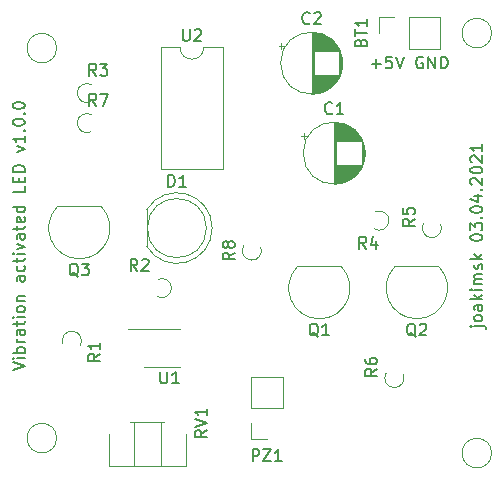
<source format=gbr>
%TF.GenerationSoftware,KiCad,Pcbnew,(5.1.9-0-10_14)*%
%TF.CreationDate,2021-04-03T15:31:47+02:00*%
%TF.ProjectId,full_circuit,66756c6c-5f63-4697-9263-7569742e6b69,rev?*%
%TF.SameCoordinates,Original*%
%TF.FileFunction,Legend,Top*%
%TF.FilePolarity,Positive*%
%FSLAX46Y46*%
G04 Gerber Fmt 4.6, Leading zero omitted, Abs format (unit mm)*
G04 Created by KiCad (PCBNEW (5.1.9-0-10_14)) date 2021-04-03 15:31:47*
%MOMM*%
%LPD*%
G01*
G04 APERTURE LIST*
%ADD10C,0.150000*%
%ADD11C,0.120000*%
G04 APERTURE END LIST*
D10*
X-115585476Y1094668571D02*
X-114823571Y1094668571D01*
X-115204523Y1094287619D02*
X-115204523Y1095049523D01*
X-113871190Y1095287619D02*
X-114347380Y1095287619D01*
X-114395000Y1094811428D01*
X-114347380Y1094859047D01*
X-114252142Y1094906666D01*
X-114014047Y1094906666D01*
X-113918809Y1094859047D01*
X-113871190Y1094811428D01*
X-113823571Y1094716190D01*
X-113823571Y1094478095D01*
X-113871190Y1094382857D01*
X-113918809Y1094335238D01*
X-114014047Y1094287619D01*
X-114252142Y1094287619D01*
X-114347380Y1094335238D01*
X-114395000Y1094382857D01*
X-113537857Y1095287619D02*
X-113204523Y1094287619D01*
X-112871190Y1095287619D01*
X-111252142Y1095240000D02*
X-111347380Y1095287619D01*
X-111490238Y1095287619D01*
X-111633095Y1095240000D01*
X-111728333Y1095144761D01*
X-111775952Y1095049523D01*
X-111823571Y1094859047D01*
X-111823571Y1094716190D01*
X-111775952Y1094525714D01*
X-111728333Y1094430476D01*
X-111633095Y1094335238D01*
X-111490238Y1094287619D01*
X-111395000Y1094287619D01*
X-111252142Y1094335238D01*
X-111204523Y1094382857D01*
X-111204523Y1094716190D01*
X-111395000Y1094716190D01*
X-110775952Y1094287619D02*
X-110775952Y1095287619D01*
X-110204523Y1094287619D01*
X-110204523Y1095287619D01*
X-109728333Y1094287619D02*
X-109728333Y1095287619D01*
X-109490238Y1095287619D01*
X-109347380Y1095240000D01*
X-109252142Y1095144761D01*
X-109204523Y1095049523D01*
X-109156904Y1094859047D01*
X-109156904Y1094716190D01*
X-109204523Y1094525714D01*
X-109252142Y1094430476D01*
X-109347380Y1094335238D01*
X-109490238Y1094287619D01*
X-109728333Y1094287619D01*
X-106894285Y1072444523D02*
X-106037142Y1072444523D01*
X-105941904Y1072396904D01*
X-105894285Y1072301666D01*
X-105894285Y1072254047D01*
X-107227619Y1072444523D02*
X-107180000Y1072396904D01*
X-107132380Y1072444523D01*
X-107180000Y1072492142D01*
X-107227619Y1072444523D01*
X-107132380Y1072444523D01*
X-106227619Y1073063571D02*
X-106275238Y1072968333D01*
X-106322857Y1072920714D01*
X-106418095Y1072873095D01*
X-106703809Y1072873095D01*
X-106799047Y1072920714D01*
X-106846666Y1072968333D01*
X-106894285Y1073063571D01*
X-106894285Y1073206428D01*
X-106846666Y1073301666D01*
X-106799047Y1073349285D01*
X-106703809Y1073396904D01*
X-106418095Y1073396904D01*
X-106322857Y1073349285D01*
X-106275238Y1073301666D01*
X-106227619Y1073206428D01*
X-106227619Y1073063571D01*
X-106227619Y1074254047D02*
X-106751428Y1074254047D01*
X-106846666Y1074206428D01*
X-106894285Y1074111190D01*
X-106894285Y1073920714D01*
X-106846666Y1073825476D01*
X-106275238Y1074254047D02*
X-106227619Y1074158809D01*
X-106227619Y1073920714D01*
X-106275238Y1073825476D01*
X-106370476Y1073777857D01*
X-106465714Y1073777857D01*
X-106560952Y1073825476D01*
X-106608571Y1073920714D01*
X-106608571Y1074158809D01*
X-106656190Y1074254047D01*
X-106227619Y1074730238D02*
X-107227619Y1074730238D01*
X-106608571Y1074825476D02*
X-106227619Y1075111190D01*
X-106894285Y1075111190D02*
X-106513333Y1074730238D01*
X-106227619Y1075539761D02*
X-106894285Y1075539761D01*
X-107227619Y1075539761D02*
X-107180000Y1075492142D01*
X-107132380Y1075539761D01*
X-107180000Y1075587380D01*
X-107227619Y1075539761D01*
X-107132380Y1075539761D01*
X-106227619Y1076015952D02*
X-106894285Y1076015952D01*
X-106799047Y1076015952D02*
X-106846666Y1076063571D01*
X-106894285Y1076158809D01*
X-106894285Y1076301666D01*
X-106846666Y1076396904D01*
X-106751428Y1076444523D01*
X-106227619Y1076444523D01*
X-106751428Y1076444523D02*
X-106846666Y1076492142D01*
X-106894285Y1076587380D01*
X-106894285Y1076730238D01*
X-106846666Y1076825476D01*
X-106751428Y1076873095D01*
X-106227619Y1076873095D01*
X-106275238Y1077301666D02*
X-106227619Y1077396904D01*
X-106227619Y1077587380D01*
X-106275238Y1077682619D01*
X-106370476Y1077730238D01*
X-106418095Y1077730238D01*
X-106513333Y1077682619D01*
X-106560952Y1077587380D01*
X-106560952Y1077444523D01*
X-106608571Y1077349285D01*
X-106703809Y1077301666D01*
X-106751428Y1077301666D01*
X-106846666Y1077349285D01*
X-106894285Y1077444523D01*
X-106894285Y1077587380D01*
X-106846666Y1077682619D01*
X-106227619Y1078158809D02*
X-107227619Y1078158809D01*
X-106608571Y1078254047D02*
X-106227619Y1078539761D01*
X-106894285Y1078539761D02*
X-106513333Y1078158809D01*
X-107227619Y1079920714D02*
X-107227619Y1080015952D01*
X-107180000Y1080111190D01*
X-107132380Y1080158809D01*
X-107037142Y1080206428D01*
X-106846666Y1080254047D01*
X-106608571Y1080254047D01*
X-106418095Y1080206428D01*
X-106322857Y1080158809D01*
X-106275238Y1080111190D01*
X-106227619Y1080015952D01*
X-106227619Y1079920714D01*
X-106275238Y1079825476D01*
X-106322857Y1079777857D01*
X-106418095Y1079730238D01*
X-106608571Y1079682619D01*
X-106846666Y1079682619D01*
X-107037142Y1079730238D01*
X-107132380Y1079777857D01*
X-107180000Y1079825476D01*
X-107227619Y1079920714D01*
X-107227619Y1080587380D02*
X-107227619Y1081206428D01*
X-106846666Y1080873095D01*
X-106846666Y1081015952D01*
X-106799047Y1081111190D01*
X-106751428Y1081158809D01*
X-106656190Y1081206428D01*
X-106418095Y1081206428D01*
X-106322857Y1081158809D01*
X-106275238Y1081111190D01*
X-106227619Y1081015952D01*
X-106227619Y1080730238D01*
X-106275238Y1080635000D01*
X-106322857Y1080587380D01*
X-106322857Y1081635000D02*
X-106275238Y1081682619D01*
X-106227619Y1081635000D01*
X-106275238Y1081587380D01*
X-106322857Y1081635000D01*
X-106227619Y1081635000D01*
X-107227619Y1082301666D02*
X-107227619Y1082396904D01*
X-107180000Y1082492142D01*
X-107132380Y1082539761D01*
X-107037142Y1082587380D01*
X-106846666Y1082635000D01*
X-106608571Y1082635000D01*
X-106418095Y1082587380D01*
X-106322857Y1082539761D01*
X-106275238Y1082492142D01*
X-106227619Y1082396904D01*
X-106227619Y1082301666D01*
X-106275238Y1082206428D01*
X-106322857Y1082158809D01*
X-106418095Y1082111190D01*
X-106608571Y1082063571D01*
X-106846666Y1082063571D01*
X-107037142Y1082111190D01*
X-107132380Y1082158809D01*
X-107180000Y1082206428D01*
X-107227619Y1082301666D01*
X-106894285Y1083492142D02*
X-106227619Y1083492142D01*
X-107275238Y1083254047D02*
X-106560952Y1083015952D01*
X-106560952Y1083635000D01*
X-106322857Y1084015952D02*
X-106275238Y1084063571D01*
X-106227619Y1084015952D01*
X-106275238Y1083968333D01*
X-106322857Y1084015952D01*
X-106227619Y1084015952D01*
X-107132380Y1084444523D02*
X-107180000Y1084492142D01*
X-107227619Y1084587380D01*
X-107227619Y1084825476D01*
X-107180000Y1084920714D01*
X-107132380Y1084968333D01*
X-107037142Y1085015952D01*
X-106941904Y1085015952D01*
X-106799047Y1084968333D01*
X-106227619Y1084396904D01*
X-106227619Y1085015952D01*
X-107227619Y1085635000D02*
X-107227619Y1085730238D01*
X-107180000Y1085825476D01*
X-107132380Y1085873095D01*
X-107037142Y1085920714D01*
X-106846666Y1085968333D01*
X-106608571Y1085968333D01*
X-106418095Y1085920714D01*
X-106322857Y1085873095D01*
X-106275238Y1085825476D01*
X-106227619Y1085730238D01*
X-106227619Y1085635000D01*
X-106275238Y1085539761D01*
X-106322857Y1085492142D01*
X-106418095Y1085444523D01*
X-106608571Y1085396904D01*
X-106846666Y1085396904D01*
X-107037142Y1085444523D01*
X-107132380Y1085492142D01*
X-107180000Y1085539761D01*
X-107227619Y1085635000D01*
X-107132380Y1086349285D02*
X-107180000Y1086396904D01*
X-107227619Y1086492142D01*
X-107227619Y1086730238D01*
X-107180000Y1086825476D01*
X-107132380Y1086873095D01*
X-107037142Y1086920714D01*
X-106941904Y1086920714D01*
X-106799047Y1086873095D01*
X-106227619Y1086301666D01*
X-106227619Y1086920714D01*
X-106227619Y1087873095D02*
X-106227619Y1087301666D01*
X-106227619Y1087587380D02*
X-107227619Y1087587380D01*
X-107084761Y1087492142D01*
X-106989523Y1087396904D01*
X-106941904Y1087301666D01*
X-145962619Y1068730238D02*
X-144962619Y1069063571D01*
X-145962619Y1069396904D01*
X-144962619Y1069730238D02*
X-145629285Y1069730238D01*
X-145962619Y1069730238D02*
X-145915000Y1069682619D01*
X-145867380Y1069730238D01*
X-145915000Y1069777857D01*
X-145962619Y1069730238D01*
X-145867380Y1069730238D01*
X-144962619Y1070206428D02*
X-145962619Y1070206428D01*
X-145581666Y1070206428D02*
X-145629285Y1070301666D01*
X-145629285Y1070492142D01*
X-145581666Y1070587380D01*
X-145534047Y1070635000D01*
X-145438809Y1070682619D01*
X-145153095Y1070682619D01*
X-145057857Y1070635000D01*
X-145010238Y1070587380D01*
X-144962619Y1070492142D01*
X-144962619Y1070301666D01*
X-145010238Y1070206428D01*
X-144962619Y1071111190D02*
X-145629285Y1071111190D01*
X-145438809Y1071111190D02*
X-145534047Y1071158809D01*
X-145581666Y1071206428D01*
X-145629285Y1071301666D01*
X-145629285Y1071396904D01*
X-144962619Y1072158809D02*
X-145486428Y1072158809D01*
X-145581666Y1072111190D01*
X-145629285Y1072015952D01*
X-145629285Y1071825476D01*
X-145581666Y1071730238D01*
X-145010238Y1072158809D02*
X-144962619Y1072063571D01*
X-144962619Y1071825476D01*
X-145010238Y1071730238D01*
X-145105476Y1071682619D01*
X-145200714Y1071682619D01*
X-145295952Y1071730238D01*
X-145343571Y1071825476D01*
X-145343571Y1072063571D01*
X-145391190Y1072158809D01*
X-145629285Y1072492142D02*
X-145629285Y1072873095D01*
X-145962619Y1072635000D02*
X-145105476Y1072635000D01*
X-145010238Y1072682619D01*
X-144962619Y1072777857D01*
X-144962619Y1072873095D01*
X-144962619Y1073206428D02*
X-145629285Y1073206428D01*
X-145962619Y1073206428D02*
X-145915000Y1073158809D01*
X-145867380Y1073206428D01*
X-145915000Y1073254047D01*
X-145962619Y1073206428D01*
X-145867380Y1073206428D01*
X-144962619Y1073825476D02*
X-145010238Y1073730238D01*
X-145057857Y1073682619D01*
X-145153095Y1073635000D01*
X-145438809Y1073635000D01*
X-145534047Y1073682619D01*
X-145581666Y1073730238D01*
X-145629285Y1073825476D01*
X-145629285Y1073968333D01*
X-145581666Y1074063571D01*
X-145534047Y1074111190D01*
X-145438809Y1074158809D01*
X-145153095Y1074158809D01*
X-145057857Y1074111190D01*
X-145010238Y1074063571D01*
X-144962619Y1073968333D01*
X-144962619Y1073825476D01*
X-145629285Y1074587380D02*
X-144962619Y1074587380D01*
X-145534047Y1074587380D02*
X-145581666Y1074635000D01*
X-145629285Y1074730238D01*
X-145629285Y1074873095D01*
X-145581666Y1074968333D01*
X-145486428Y1075015952D01*
X-144962619Y1075015952D01*
X-144962619Y1076682619D02*
X-145486428Y1076682619D01*
X-145581666Y1076635000D01*
X-145629285Y1076539761D01*
X-145629285Y1076349285D01*
X-145581666Y1076254047D01*
X-145010238Y1076682619D02*
X-144962619Y1076587380D01*
X-144962619Y1076349285D01*
X-145010238Y1076254047D01*
X-145105476Y1076206428D01*
X-145200714Y1076206428D01*
X-145295952Y1076254047D01*
X-145343571Y1076349285D01*
X-145343571Y1076587380D01*
X-145391190Y1076682619D01*
X-145010238Y1077587380D02*
X-144962619Y1077492142D01*
X-144962619Y1077301666D01*
X-145010238Y1077206428D01*
X-145057857Y1077158809D01*
X-145153095Y1077111190D01*
X-145438809Y1077111190D01*
X-145534047Y1077158809D01*
X-145581666Y1077206428D01*
X-145629285Y1077301666D01*
X-145629285Y1077492142D01*
X-145581666Y1077587380D01*
X-145629285Y1077873095D02*
X-145629285Y1078254047D01*
X-145962619Y1078015952D02*
X-145105476Y1078015952D01*
X-145010238Y1078063571D01*
X-144962619Y1078158809D01*
X-144962619Y1078254047D01*
X-144962619Y1078587380D02*
X-145629285Y1078587380D01*
X-145962619Y1078587380D02*
X-145915000Y1078539761D01*
X-145867380Y1078587380D01*
X-145915000Y1078635000D01*
X-145962619Y1078587380D01*
X-145867380Y1078587380D01*
X-145629285Y1078968333D02*
X-144962619Y1079206428D01*
X-145629285Y1079444523D01*
X-144962619Y1080254047D02*
X-145486428Y1080254047D01*
X-145581666Y1080206428D01*
X-145629285Y1080111190D01*
X-145629285Y1079920714D01*
X-145581666Y1079825476D01*
X-145010238Y1080254047D02*
X-144962619Y1080158809D01*
X-144962619Y1079920714D01*
X-145010238Y1079825476D01*
X-145105476Y1079777857D01*
X-145200714Y1079777857D01*
X-145295952Y1079825476D01*
X-145343571Y1079920714D01*
X-145343571Y1080158809D01*
X-145391190Y1080254047D01*
X-145629285Y1080587380D02*
X-145629285Y1080968333D01*
X-145962619Y1080730238D02*
X-145105476Y1080730238D01*
X-145010238Y1080777857D01*
X-144962619Y1080873095D01*
X-144962619Y1080968333D01*
X-145010238Y1081682619D02*
X-144962619Y1081587380D01*
X-144962619Y1081396904D01*
X-145010238Y1081301666D01*
X-145105476Y1081254047D01*
X-145486428Y1081254047D01*
X-145581666Y1081301666D01*
X-145629285Y1081396904D01*
X-145629285Y1081587380D01*
X-145581666Y1081682619D01*
X-145486428Y1081730238D01*
X-145391190Y1081730238D01*
X-145295952Y1081254047D01*
X-144962619Y1082587380D02*
X-145962619Y1082587380D01*
X-145010238Y1082587380D02*
X-144962619Y1082492142D01*
X-144962619Y1082301666D01*
X-145010238Y1082206428D01*
X-145057857Y1082158809D01*
X-145153095Y1082111190D01*
X-145438809Y1082111190D01*
X-145534047Y1082158809D01*
X-145581666Y1082206428D01*
X-145629285Y1082301666D01*
X-145629285Y1082492142D01*
X-145581666Y1082587380D01*
X-144962619Y1084301666D02*
X-144962619Y1083825476D01*
X-145962619Y1083825476D01*
X-145486428Y1084635000D02*
X-145486428Y1084968333D01*
X-144962619Y1085111190D02*
X-144962619Y1084635000D01*
X-145962619Y1084635000D01*
X-145962619Y1085111190D01*
X-144962619Y1085539761D02*
X-145962619Y1085539761D01*
X-145962619Y1085777857D01*
X-145915000Y1085920714D01*
X-145819761Y1086015952D01*
X-145724523Y1086063571D01*
X-145534047Y1086111190D01*
X-145391190Y1086111190D01*
X-145200714Y1086063571D01*
X-145105476Y1086015952D01*
X-145010238Y1085920714D01*
X-144962619Y1085777857D01*
X-144962619Y1085539761D01*
X-145629285Y1087206428D02*
X-144962619Y1087444523D01*
X-145629285Y1087682619D01*
X-144962619Y1088587380D02*
X-144962619Y1088015952D01*
X-144962619Y1088301666D02*
X-145962619Y1088301666D01*
X-145819761Y1088206428D01*
X-145724523Y1088111190D01*
X-145676904Y1088015952D01*
X-145057857Y1089015952D02*
X-145010238Y1089063571D01*
X-144962619Y1089015952D01*
X-145010238Y1088968333D01*
X-145057857Y1089015952D01*
X-144962619Y1089015952D01*
X-145962619Y1089682619D02*
X-145962619Y1089777857D01*
X-145915000Y1089873095D01*
X-145867380Y1089920714D01*
X-145772142Y1089968333D01*
X-145581666Y1090015952D01*
X-145343571Y1090015952D01*
X-145153095Y1089968333D01*
X-145057857Y1089920714D01*
X-145010238Y1089873095D01*
X-144962619Y1089777857D01*
X-144962619Y1089682619D01*
X-145010238Y1089587380D01*
X-145057857Y1089539761D01*
X-145153095Y1089492142D01*
X-145343571Y1089444523D01*
X-145581666Y1089444523D01*
X-145772142Y1089492142D01*
X-145867380Y1089539761D01*
X-145915000Y1089587380D01*
X-145962619Y1089682619D01*
X-145057857Y1090444523D02*
X-145010238Y1090492142D01*
X-144962619Y1090444523D01*
X-145010238Y1090396904D01*
X-145057857Y1090444523D01*
X-144962619Y1090444523D01*
X-145962619Y1091111190D02*
X-145962619Y1091206428D01*
X-145915000Y1091301666D01*
X-145867380Y1091349285D01*
X-145772142Y1091396904D01*
X-145581666Y1091444523D01*
X-145343571Y1091444523D01*
X-145153095Y1091396904D01*
X-145057857Y1091349285D01*
X-145010238Y1091301666D01*
X-144962619Y1091206428D01*
X-144962619Y1091111190D01*
X-145010238Y1091015952D01*
X-145057857Y1090968333D01*
X-145153095Y1090920714D01*
X-145343571Y1090873095D01*
X-145581666Y1090873095D01*
X-145772142Y1090920714D01*
X-145867380Y1090968333D01*
X-145915000Y1091015952D01*
X-145962619Y1091111190D01*
D11*
%TO.C,U2*%
X-128160000Y1096070000D02*
X-129810000Y1096070000D01*
X-128160000Y1085790000D02*
X-128160000Y1096070000D01*
X-133460000Y1085790000D02*
X-128160000Y1085790000D01*
X-133460000Y1096070000D02*
X-133460000Y1085790000D01*
X-131810000Y1096070000D02*
X-133460000Y1096070000D01*
X-129810000Y1096070000D02*
G75*
G02*
X-131810000Y1096070000I-1000000J0D01*
G01*
%TO.C,R4*%
X-115255095Y1082154359D02*
G75*
G02*
X-115352133Y1080705000I320095J-749359D01*
G01*
%TO.C,R5*%
X-109740641Y1081090095D02*
G75*
G02*
X-111190000Y1081187133I-749359J-320095D01*
G01*
%TO.C,Q1*%
X-118215000Y1077540000D02*
X-121815000Y1077540000D01*
X-118176522Y1077528478D02*
G75*
G02*
X-120015000Y1073090000I-1838478J-1838478D01*
G01*
X-121853478Y1077528478D02*
G75*
G03*
X-120015000Y1073090000I1838478J-1838478D01*
G01*
%TO.C,REF\u002A\u002A*%
X-142259000Y1062990000D02*
G75*
G03*
X-142259000Y1062990000I-1251000J0D01*
G01*
X-105429000Y1097280000D02*
G75*
G03*
X-105429000Y1097280000I-1251000J0D01*
G01*
X-105429000Y1061720000D02*
G75*
G03*
X-105429000Y1061720000I-1251000J0D01*
G01*
X-142259000Y1096010000D02*
G75*
G03*
X-142259000Y1096010000I-1251000J0D01*
G01*
%TO.C,Q2*%
X-109960000Y1077540000D02*
X-113560000Y1077540000D01*
X-113598478Y1077528478D02*
G75*
G03*
X-111760000Y1073090000I1838478J-1838478D01*
G01*
X-109921522Y1077528478D02*
G75*
G02*
X-111760000Y1073090000I-1838478J-1838478D01*
G01*
%TO.C,Q3*%
X-138535000Y1082620000D02*
X-142135000Y1082620000D01*
X-138496522Y1082608478D02*
G75*
G02*
X-140335000Y1078170000I-1838478J-1838478D01*
G01*
X-142173478Y1082608478D02*
G75*
G03*
X-140335000Y1078170000I1838478J-1838478D01*
G01*
%TO.C,R1*%
X-141719359Y1070919905D02*
G75*
G02*
X-140270000Y1070822867I749359J320095D01*
G01*
%TO.C,R2*%
X-133670095Y1076439359D02*
G75*
G02*
X-133767133Y1074990000I320095J-749359D01*
G01*
%TO.C,R3*%
X-139379905Y1091450641D02*
G75*
G02*
X-139282867Y1092900000I-320095J749359D01*
G01*
%TO.C,R6*%
X-112915641Y1068390095D02*
G75*
G02*
X-114365000Y1068487133I-749359J-320095D01*
G01*
%TO.C,R7*%
X-139379905Y1088910641D02*
G75*
G02*
X-139282867Y1090360000I-320095J749359D01*
G01*
%TO.C,R8*%
X-124980641Y1079185095D02*
G75*
G02*
X-126430000Y1079282133I-749359J-320095D01*
G01*
%TO.C,RV1*%
X-133460000Y1060640000D02*
X-135700000Y1060640000D01*
X-133460000Y1064381000D02*
X-135700000Y1064381000D01*
X-135700000Y1064381000D02*
X-135700000Y1060640000D01*
X-133460000Y1064381000D02*
X-133460000Y1060640000D01*
X-133146000Y1064381000D02*
X-136015000Y1064381000D01*
X-131310000Y1060640000D02*
X-137850000Y1060640000D01*
X-137850000Y1063335000D02*
X-137850000Y1060640000D01*
X-131310000Y1063335000D02*
X-131310000Y1060640000D01*
%TO.C,U1*%
X-133350000Y1072220000D02*
X-136225000Y1072220000D01*
X-133350000Y1072220000D02*
X-131850000Y1072220000D01*
X-133350000Y1069000000D02*
X-134850000Y1069000000D01*
X-133350000Y1069000000D02*
X-131850000Y1069000000D01*
%TO.C,BT1*%
X-112395000Y1095950000D02*
X-112395000Y1098610000D01*
X-112395000Y1095950000D02*
X-109795000Y1095950000D01*
X-109795000Y1095950000D02*
X-109795000Y1098610000D01*
X-112395000Y1098610000D02*
X-109795000Y1098610000D01*
X-114995000Y1098610000D02*
X-113665000Y1098610000D01*
X-114995000Y1097280000D02*
X-114995000Y1098610000D01*
%TO.C,PZ1*%
X-124460000Y1062930000D02*
X-125790000Y1062930000D01*
X-125790000Y1062930000D02*
X-125790000Y1064260000D01*
X-125790000Y1065530000D02*
X-125790000Y1068130000D01*
X-123130000Y1068130000D02*
X-125790000Y1068130000D01*
X-123130000Y1065530000D02*
X-123130000Y1068130000D01*
X-123130000Y1065530000D02*
X-125790000Y1065530000D01*
%TO.C,C1*%
X-121319775Y1088845000D02*
X-121319775Y1088345000D01*
X-121569775Y1088595000D02*
X-121069775Y1088595000D01*
X-116164000Y1087404000D02*
X-116164000Y1086836000D01*
X-116204000Y1087638000D02*
X-116204000Y1086602000D01*
X-116244000Y1087797000D02*
X-116244000Y1086443000D01*
X-116284000Y1087925000D02*
X-116284000Y1086315000D01*
X-116324000Y1088035000D02*
X-116324000Y1086205000D01*
X-116364000Y1088131000D02*
X-116364000Y1086109000D01*
X-116404000Y1088218000D02*
X-116404000Y1086022000D01*
X-116444000Y1088298000D02*
X-116444000Y1085942000D01*
X-116484000Y1086080000D02*
X-116484000Y1085869000D01*
X-116484000Y1088371000D02*
X-116484000Y1088160000D01*
X-116524000Y1086080000D02*
X-116524000Y1085801000D01*
X-116524000Y1088439000D02*
X-116524000Y1088160000D01*
X-116564000Y1086080000D02*
X-116564000Y1085737000D01*
X-116564000Y1088503000D02*
X-116564000Y1088160000D01*
X-116604000Y1086080000D02*
X-116604000Y1085677000D01*
X-116604000Y1088563000D02*
X-116604000Y1088160000D01*
X-116644000Y1086080000D02*
X-116644000Y1085620000D01*
X-116644000Y1088620000D02*
X-116644000Y1088160000D01*
X-116684000Y1086080000D02*
X-116684000Y1085566000D01*
X-116684000Y1088674000D02*
X-116684000Y1088160000D01*
X-116724000Y1086080000D02*
X-116724000Y1085515000D01*
X-116724000Y1088725000D02*
X-116724000Y1088160000D01*
X-116764000Y1086080000D02*
X-116764000Y1085467000D01*
X-116764000Y1088773000D02*
X-116764000Y1088160000D01*
X-116804000Y1086080000D02*
X-116804000Y1085421000D01*
X-116804000Y1088819000D02*
X-116804000Y1088160000D01*
X-116844000Y1086080000D02*
X-116844000Y1085377000D01*
X-116844000Y1088863000D02*
X-116844000Y1088160000D01*
X-116884000Y1086080000D02*
X-116884000Y1085335000D01*
X-116884000Y1088905000D02*
X-116884000Y1088160000D01*
X-116924000Y1086080000D02*
X-116924000Y1085294000D01*
X-116924000Y1088946000D02*
X-116924000Y1088160000D01*
X-116964000Y1086080000D02*
X-116964000Y1085256000D01*
X-116964000Y1088984000D02*
X-116964000Y1088160000D01*
X-117004000Y1086080000D02*
X-117004000Y1085219000D01*
X-117004000Y1089021000D02*
X-117004000Y1088160000D01*
X-117044000Y1086080000D02*
X-117044000Y1085183000D01*
X-117044000Y1089057000D02*
X-117044000Y1088160000D01*
X-117084000Y1086080000D02*
X-117084000Y1085149000D01*
X-117084000Y1089091000D02*
X-117084000Y1088160000D01*
X-117124000Y1086080000D02*
X-117124000Y1085116000D01*
X-117124000Y1089124000D02*
X-117124000Y1088160000D01*
X-117164000Y1086080000D02*
X-117164000Y1085085000D01*
X-117164000Y1089155000D02*
X-117164000Y1088160000D01*
X-117204000Y1086080000D02*
X-117204000Y1085055000D01*
X-117204000Y1089185000D02*
X-117204000Y1088160000D01*
X-117244000Y1086080000D02*
X-117244000Y1085025000D01*
X-117244000Y1089215000D02*
X-117244000Y1088160000D01*
X-117284000Y1086080000D02*
X-117284000Y1084998000D01*
X-117284000Y1089242000D02*
X-117284000Y1088160000D01*
X-117324000Y1086080000D02*
X-117324000Y1084971000D01*
X-117324000Y1089269000D02*
X-117324000Y1088160000D01*
X-117364000Y1086080000D02*
X-117364000Y1084945000D01*
X-117364000Y1089295000D02*
X-117364000Y1088160000D01*
X-117404000Y1086080000D02*
X-117404000Y1084920000D01*
X-117404000Y1089320000D02*
X-117404000Y1088160000D01*
X-117444000Y1086080000D02*
X-117444000Y1084896000D01*
X-117444000Y1089344000D02*
X-117444000Y1088160000D01*
X-117484000Y1086080000D02*
X-117484000Y1084873000D01*
X-117484000Y1089367000D02*
X-117484000Y1088160000D01*
X-117524000Y1086080000D02*
X-117524000Y1084852000D01*
X-117524000Y1089388000D02*
X-117524000Y1088160000D01*
X-117564000Y1086080000D02*
X-117564000Y1084830000D01*
X-117564000Y1089410000D02*
X-117564000Y1088160000D01*
X-117604000Y1086080000D02*
X-117604000Y1084810000D01*
X-117604000Y1089430000D02*
X-117604000Y1088160000D01*
X-117644000Y1086080000D02*
X-117644000Y1084791000D01*
X-117644000Y1089449000D02*
X-117644000Y1088160000D01*
X-117684000Y1086080000D02*
X-117684000Y1084772000D01*
X-117684000Y1089468000D02*
X-117684000Y1088160000D01*
X-117724000Y1086080000D02*
X-117724000Y1084755000D01*
X-117724000Y1089485000D02*
X-117724000Y1088160000D01*
X-117764000Y1086080000D02*
X-117764000Y1084738000D01*
X-117764000Y1089502000D02*
X-117764000Y1088160000D01*
X-117804000Y1086080000D02*
X-117804000Y1084722000D01*
X-117804000Y1089518000D02*
X-117804000Y1088160000D01*
X-117844000Y1086080000D02*
X-117844000Y1084706000D01*
X-117844000Y1089534000D02*
X-117844000Y1088160000D01*
X-117884000Y1086080000D02*
X-117884000Y1084692000D01*
X-117884000Y1089548000D02*
X-117884000Y1088160000D01*
X-117924000Y1086080000D02*
X-117924000Y1084678000D01*
X-117924000Y1089562000D02*
X-117924000Y1088160000D01*
X-117964000Y1086080000D02*
X-117964000Y1084665000D01*
X-117964000Y1089575000D02*
X-117964000Y1088160000D01*
X-118004000Y1086080000D02*
X-118004000Y1084652000D01*
X-118004000Y1089588000D02*
X-118004000Y1088160000D01*
X-118044000Y1086080000D02*
X-118044000Y1084640000D01*
X-118044000Y1089600000D02*
X-118044000Y1088160000D01*
X-118085000Y1086080000D02*
X-118085000Y1084629000D01*
X-118085000Y1089611000D02*
X-118085000Y1088160000D01*
X-118125000Y1086080000D02*
X-118125000Y1084619000D01*
X-118125000Y1089621000D02*
X-118125000Y1088160000D01*
X-118165000Y1086080000D02*
X-118165000Y1084609000D01*
X-118165000Y1089631000D02*
X-118165000Y1088160000D01*
X-118205000Y1086080000D02*
X-118205000Y1084600000D01*
X-118205000Y1089640000D02*
X-118205000Y1088160000D01*
X-118245000Y1086080000D02*
X-118245000Y1084592000D01*
X-118245000Y1089648000D02*
X-118245000Y1088160000D01*
X-118285000Y1086080000D02*
X-118285000Y1084584000D01*
X-118285000Y1089656000D02*
X-118285000Y1088160000D01*
X-118325000Y1086080000D02*
X-118325000Y1084577000D01*
X-118325000Y1089663000D02*
X-118325000Y1088160000D01*
X-118365000Y1086080000D02*
X-118365000Y1084570000D01*
X-118365000Y1089670000D02*
X-118365000Y1088160000D01*
X-118405000Y1086080000D02*
X-118405000Y1084564000D01*
X-118405000Y1089676000D02*
X-118405000Y1088160000D01*
X-118445000Y1086080000D02*
X-118445000Y1084559000D01*
X-118445000Y1089681000D02*
X-118445000Y1088160000D01*
X-118485000Y1086080000D02*
X-118485000Y1084555000D01*
X-118485000Y1089685000D02*
X-118485000Y1088160000D01*
X-118525000Y1086080000D02*
X-118525000Y1084551000D01*
X-118525000Y1089689000D02*
X-118525000Y1088160000D01*
X-118565000Y1089693000D02*
X-118565000Y1084547000D01*
X-118605000Y1089696000D02*
X-118605000Y1084544000D01*
X-118645000Y1089698000D02*
X-118645000Y1084542000D01*
X-118685000Y1089699000D02*
X-118685000Y1084541000D01*
X-118725000Y1089700000D02*
X-118725000Y1084540000D01*
X-118765000Y1089700000D02*
X-118765000Y1084540000D01*
X-116145000Y1087120000D02*
G75*
G03*
X-116145000Y1087120000I-2620000J0D01*
G01*
%TO.C,C2*%
X-118050000Y1094740000D02*
G75*
G03*
X-118050000Y1094740000I-2620000J0D01*
G01*
X-120670000Y1097320000D02*
X-120670000Y1092160000D01*
X-120630000Y1097320000D02*
X-120630000Y1092160000D01*
X-120590000Y1097319000D02*
X-120590000Y1092161000D01*
X-120550000Y1097318000D02*
X-120550000Y1092162000D01*
X-120510000Y1097316000D02*
X-120510000Y1092164000D01*
X-120470000Y1097313000D02*
X-120470000Y1092167000D01*
X-120430000Y1097309000D02*
X-120430000Y1095780000D01*
X-120430000Y1093700000D02*
X-120430000Y1092171000D01*
X-120390000Y1097305000D02*
X-120390000Y1095780000D01*
X-120390000Y1093700000D02*
X-120390000Y1092175000D01*
X-120350000Y1097301000D02*
X-120350000Y1095780000D01*
X-120350000Y1093700000D02*
X-120350000Y1092179000D01*
X-120310000Y1097296000D02*
X-120310000Y1095780000D01*
X-120310000Y1093700000D02*
X-120310000Y1092184000D01*
X-120270000Y1097290000D02*
X-120270000Y1095780000D01*
X-120270000Y1093700000D02*
X-120270000Y1092190000D01*
X-120230000Y1097283000D02*
X-120230000Y1095780000D01*
X-120230000Y1093700000D02*
X-120230000Y1092197000D01*
X-120190000Y1097276000D02*
X-120190000Y1095780000D01*
X-120190000Y1093700000D02*
X-120190000Y1092204000D01*
X-120150000Y1097268000D02*
X-120150000Y1095780000D01*
X-120150000Y1093700000D02*
X-120150000Y1092212000D01*
X-120110000Y1097260000D02*
X-120110000Y1095780000D01*
X-120110000Y1093700000D02*
X-120110000Y1092220000D01*
X-120070000Y1097251000D02*
X-120070000Y1095780000D01*
X-120070000Y1093700000D02*
X-120070000Y1092229000D01*
X-120030000Y1097241000D02*
X-120030000Y1095780000D01*
X-120030000Y1093700000D02*
X-120030000Y1092239000D01*
X-119990000Y1097231000D02*
X-119990000Y1095780000D01*
X-119990000Y1093700000D02*
X-119990000Y1092249000D01*
X-119949000Y1097220000D02*
X-119949000Y1095780000D01*
X-119949000Y1093700000D02*
X-119949000Y1092260000D01*
X-119909000Y1097208000D02*
X-119909000Y1095780000D01*
X-119909000Y1093700000D02*
X-119909000Y1092272000D01*
X-119869000Y1097195000D02*
X-119869000Y1095780000D01*
X-119869000Y1093700000D02*
X-119869000Y1092285000D01*
X-119829000Y1097182000D02*
X-119829000Y1095780000D01*
X-119829000Y1093700000D02*
X-119829000Y1092298000D01*
X-119789000Y1097168000D02*
X-119789000Y1095780000D01*
X-119789000Y1093700000D02*
X-119789000Y1092312000D01*
X-119749000Y1097154000D02*
X-119749000Y1095780000D01*
X-119749000Y1093700000D02*
X-119749000Y1092326000D01*
X-119709000Y1097138000D02*
X-119709000Y1095780000D01*
X-119709000Y1093700000D02*
X-119709000Y1092342000D01*
X-119669000Y1097122000D02*
X-119669000Y1095780000D01*
X-119669000Y1093700000D02*
X-119669000Y1092358000D01*
X-119629000Y1097105000D02*
X-119629000Y1095780000D01*
X-119629000Y1093700000D02*
X-119629000Y1092375000D01*
X-119589000Y1097088000D02*
X-119589000Y1095780000D01*
X-119589000Y1093700000D02*
X-119589000Y1092392000D01*
X-119549000Y1097069000D02*
X-119549000Y1095780000D01*
X-119549000Y1093700000D02*
X-119549000Y1092411000D01*
X-119509000Y1097050000D02*
X-119509000Y1095780000D01*
X-119509000Y1093700000D02*
X-119509000Y1092430000D01*
X-119469000Y1097030000D02*
X-119469000Y1095780000D01*
X-119469000Y1093700000D02*
X-119469000Y1092450000D01*
X-119429000Y1097008000D02*
X-119429000Y1095780000D01*
X-119429000Y1093700000D02*
X-119429000Y1092472000D01*
X-119389000Y1096987000D02*
X-119389000Y1095780000D01*
X-119389000Y1093700000D02*
X-119389000Y1092493000D01*
X-119349000Y1096964000D02*
X-119349000Y1095780000D01*
X-119349000Y1093700000D02*
X-119349000Y1092516000D01*
X-119309000Y1096940000D02*
X-119309000Y1095780000D01*
X-119309000Y1093700000D02*
X-119309000Y1092540000D01*
X-119269000Y1096915000D02*
X-119269000Y1095780000D01*
X-119269000Y1093700000D02*
X-119269000Y1092565000D01*
X-119229000Y1096889000D02*
X-119229000Y1095780000D01*
X-119229000Y1093700000D02*
X-119229000Y1092591000D01*
X-119189000Y1096862000D02*
X-119189000Y1095780000D01*
X-119189000Y1093700000D02*
X-119189000Y1092618000D01*
X-119149000Y1096835000D02*
X-119149000Y1095780000D01*
X-119149000Y1093700000D02*
X-119149000Y1092645000D01*
X-119109000Y1096805000D02*
X-119109000Y1095780000D01*
X-119109000Y1093700000D02*
X-119109000Y1092675000D01*
X-119069000Y1096775000D02*
X-119069000Y1095780000D01*
X-119069000Y1093700000D02*
X-119069000Y1092705000D01*
X-119029000Y1096744000D02*
X-119029000Y1095780000D01*
X-119029000Y1093700000D02*
X-119029000Y1092736000D01*
X-118989000Y1096711000D02*
X-118989000Y1095780000D01*
X-118989000Y1093700000D02*
X-118989000Y1092769000D01*
X-118949000Y1096677000D02*
X-118949000Y1095780000D01*
X-118949000Y1093700000D02*
X-118949000Y1092803000D01*
X-118909000Y1096641000D02*
X-118909000Y1095780000D01*
X-118909000Y1093700000D02*
X-118909000Y1092839000D01*
X-118869000Y1096604000D02*
X-118869000Y1095780000D01*
X-118869000Y1093700000D02*
X-118869000Y1092876000D01*
X-118829000Y1096566000D02*
X-118829000Y1095780000D01*
X-118829000Y1093700000D02*
X-118829000Y1092914000D01*
X-118789000Y1096525000D02*
X-118789000Y1095780000D01*
X-118789000Y1093700000D02*
X-118789000Y1092955000D01*
X-118749000Y1096483000D02*
X-118749000Y1095780000D01*
X-118749000Y1093700000D02*
X-118749000Y1092997000D01*
X-118709000Y1096439000D02*
X-118709000Y1095780000D01*
X-118709000Y1093700000D02*
X-118709000Y1093041000D01*
X-118669000Y1096393000D02*
X-118669000Y1095780000D01*
X-118669000Y1093700000D02*
X-118669000Y1093087000D01*
X-118629000Y1096345000D02*
X-118629000Y1095780000D01*
X-118629000Y1093700000D02*
X-118629000Y1093135000D01*
X-118589000Y1096294000D02*
X-118589000Y1095780000D01*
X-118589000Y1093700000D02*
X-118589000Y1093186000D01*
X-118549000Y1096240000D02*
X-118549000Y1095780000D01*
X-118549000Y1093700000D02*
X-118549000Y1093240000D01*
X-118509000Y1096183000D02*
X-118509000Y1095780000D01*
X-118509000Y1093700000D02*
X-118509000Y1093297000D01*
X-118469000Y1096123000D02*
X-118469000Y1095780000D01*
X-118469000Y1093700000D02*
X-118469000Y1093357000D01*
X-118429000Y1096059000D02*
X-118429000Y1095780000D01*
X-118429000Y1093700000D02*
X-118429000Y1093421000D01*
X-118389000Y1095991000D02*
X-118389000Y1095780000D01*
X-118389000Y1093700000D02*
X-118389000Y1093489000D01*
X-118349000Y1095918000D02*
X-118349000Y1093562000D01*
X-118309000Y1095838000D02*
X-118309000Y1093642000D01*
X-118269000Y1095751000D02*
X-118269000Y1093729000D01*
X-118229000Y1095655000D02*
X-118229000Y1093825000D01*
X-118189000Y1095545000D02*
X-118189000Y1093935000D01*
X-118149000Y1095417000D02*
X-118149000Y1094063000D01*
X-118109000Y1095258000D02*
X-118109000Y1094222000D01*
X-118069000Y1095024000D02*
X-118069000Y1094456000D01*
X-123474775Y1096215000D02*
X-122974775Y1096215000D01*
X-123224775Y1096465000D02*
X-123224775Y1095965000D01*
%TO.C,D1*%
X-134640000Y1082315000D02*
X-134640000Y1079225000D01*
X-129580000Y1080770000D02*
G75*
G03*
X-129580000Y1080770000I-2500000J0D01*
G01*
X-129090000Y1080769538D02*
G75*
G03*
X-134640000Y1082314830I-2990000J462D01*
G01*
X-129090000Y1080770462D02*
G75*
G02*
X-134640000Y1079225170I-2990000J-462D01*
G01*
%TO.C,U2*%
D10*
X-131571904Y1097617619D02*
X-131571904Y1096808095D01*
X-131524285Y1096712857D01*
X-131476666Y1096665238D01*
X-131381428Y1096617619D01*
X-131190952Y1096617619D01*
X-131095714Y1096665238D01*
X-131048095Y1096712857D01*
X-131000476Y1096808095D01*
X-131000476Y1097617619D01*
X-130571904Y1097522380D02*
X-130524285Y1097570000D01*
X-130429047Y1097617619D01*
X-130190952Y1097617619D01*
X-130095714Y1097570000D01*
X-130048095Y1097522380D01*
X-130000476Y1097427142D01*
X-130000476Y1097331904D01*
X-130048095Y1097189047D01*
X-130619523Y1096617619D01*
X-130000476Y1096617619D01*
%TO.C,R4*%
X-116051666Y1079032619D02*
X-116385000Y1079508809D01*
X-116623095Y1079032619D02*
X-116623095Y1080032619D01*
X-116242142Y1080032619D01*
X-116146904Y1079985000D01*
X-116099285Y1079937380D01*
X-116051666Y1079842142D01*
X-116051666Y1079699285D01*
X-116099285Y1079604047D01*
X-116146904Y1079556428D01*
X-116242142Y1079508809D01*
X-116623095Y1079508809D01*
X-115194523Y1079699285D02*
X-115194523Y1079032619D01*
X-115432619Y1080080238D02*
X-115670714Y1079365952D01*
X-115051666Y1079365952D01*
%TO.C,R5*%
X-111957619Y1081553333D02*
X-112433809Y1081220000D01*
X-111957619Y1080981904D02*
X-112957619Y1080981904D01*
X-112957619Y1081362857D01*
X-112910000Y1081458095D01*
X-112862380Y1081505714D01*
X-112767142Y1081553333D01*
X-112624285Y1081553333D01*
X-112529047Y1081505714D01*
X-112481428Y1081458095D01*
X-112433809Y1081362857D01*
X-112433809Y1080981904D01*
X-112957619Y1082458095D02*
X-112957619Y1081981904D01*
X-112481428Y1081934285D01*
X-112529047Y1081981904D01*
X-112576666Y1082077142D01*
X-112576666Y1082315238D01*
X-112529047Y1082410476D01*
X-112481428Y1082458095D01*
X-112386190Y1082505714D01*
X-112148095Y1082505714D01*
X-112052857Y1082458095D01*
X-112005238Y1082410476D01*
X-111957619Y1082315238D01*
X-111957619Y1082077142D01*
X-112005238Y1081981904D01*
X-112052857Y1081934285D01*
%TO.C,Q1*%
X-120110238Y1071582380D02*
X-120205476Y1071630000D01*
X-120300714Y1071725238D01*
X-120443571Y1071868095D01*
X-120538809Y1071915714D01*
X-120634047Y1071915714D01*
X-120586428Y1071677619D02*
X-120681666Y1071725238D01*
X-120776904Y1071820476D01*
X-120824523Y1072010952D01*
X-120824523Y1072344285D01*
X-120776904Y1072534761D01*
X-120681666Y1072630000D01*
X-120586428Y1072677619D01*
X-120395952Y1072677619D01*
X-120300714Y1072630000D01*
X-120205476Y1072534761D01*
X-120157857Y1072344285D01*
X-120157857Y1072010952D01*
X-120205476Y1071820476D01*
X-120300714Y1071725238D01*
X-120395952Y1071677619D01*
X-120586428Y1071677619D01*
X-119205476Y1071677619D02*
X-119776904Y1071677619D01*
X-119491190Y1071677619D02*
X-119491190Y1072677619D01*
X-119586428Y1072534761D01*
X-119681666Y1072439523D01*
X-119776904Y1072391904D01*
%TO.C,Q2*%
X-111855238Y1071582380D02*
X-111950476Y1071630000D01*
X-112045714Y1071725238D01*
X-112188571Y1071868095D01*
X-112283809Y1071915714D01*
X-112379047Y1071915714D01*
X-112331428Y1071677619D02*
X-112426666Y1071725238D01*
X-112521904Y1071820476D01*
X-112569523Y1072010952D01*
X-112569523Y1072344285D01*
X-112521904Y1072534761D01*
X-112426666Y1072630000D01*
X-112331428Y1072677619D01*
X-112140952Y1072677619D01*
X-112045714Y1072630000D01*
X-111950476Y1072534761D01*
X-111902857Y1072344285D01*
X-111902857Y1072010952D01*
X-111950476Y1071820476D01*
X-112045714Y1071725238D01*
X-112140952Y1071677619D01*
X-112331428Y1071677619D01*
X-111521904Y1072582380D02*
X-111474285Y1072630000D01*
X-111379047Y1072677619D01*
X-111140952Y1072677619D01*
X-111045714Y1072630000D01*
X-110998095Y1072582380D01*
X-110950476Y1072487142D01*
X-110950476Y1072391904D01*
X-110998095Y1072249047D01*
X-111569523Y1071677619D01*
X-110950476Y1071677619D01*
%TO.C,Q3*%
X-140430238Y1076662380D02*
X-140525476Y1076710000D01*
X-140620714Y1076805238D01*
X-140763571Y1076948095D01*
X-140858809Y1076995714D01*
X-140954047Y1076995714D01*
X-140906428Y1076757619D02*
X-141001666Y1076805238D01*
X-141096904Y1076900476D01*
X-141144523Y1077090952D01*
X-141144523Y1077424285D01*
X-141096904Y1077614761D01*
X-141001666Y1077710000D01*
X-140906428Y1077757619D01*
X-140715952Y1077757619D01*
X-140620714Y1077710000D01*
X-140525476Y1077614761D01*
X-140477857Y1077424285D01*
X-140477857Y1077090952D01*
X-140525476Y1076900476D01*
X-140620714Y1076805238D01*
X-140715952Y1076757619D01*
X-140906428Y1076757619D01*
X-140144523Y1077757619D02*
X-139525476Y1077757619D01*
X-139858809Y1077376666D01*
X-139715952Y1077376666D01*
X-139620714Y1077329047D01*
X-139573095Y1077281428D01*
X-139525476Y1077186190D01*
X-139525476Y1076948095D01*
X-139573095Y1076852857D01*
X-139620714Y1076805238D01*
X-139715952Y1076757619D01*
X-140001666Y1076757619D01*
X-140096904Y1076805238D01*
X-140144523Y1076852857D01*
%TO.C,R1*%
X-138597619Y1070123333D02*
X-139073809Y1069790000D01*
X-138597619Y1069551904D02*
X-139597619Y1069551904D01*
X-139597619Y1069932857D01*
X-139550000Y1070028095D01*
X-139502380Y1070075714D01*
X-139407142Y1070123333D01*
X-139264285Y1070123333D01*
X-139169047Y1070075714D01*
X-139121428Y1070028095D01*
X-139073809Y1069932857D01*
X-139073809Y1069551904D01*
X-138597619Y1071075714D02*
X-138597619Y1070504285D01*
X-138597619Y1070790000D02*
X-139597619Y1070790000D01*
X-139454761Y1070694761D01*
X-139359523Y1070599523D01*
X-139311904Y1070504285D01*
%TO.C,R2*%
X-135421666Y1077142619D02*
X-135755000Y1077618809D01*
X-135993095Y1077142619D02*
X-135993095Y1078142619D01*
X-135612142Y1078142619D01*
X-135516904Y1078095000D01*
X-135469285Y1078047380D01*
X-135421666Y1077952142D01*
X-135421666Y1077809285D01*
X-135469285Y1077714047D01*
X-135516904Y1077666428D01*
X-135612142Y1077618809D01*
X-135993095Y1077618809D01*
X-135040714Y1078047380D02*
X-134993095Y1078095000D01*
X-134897857Y1078142619D01*
X-134659761Y1078142619D01*
X-134564523Y1078095000D01*
X-134516904Y1078047380D01*
X-134469285Y1077952142D01*
X-134469285Y1077856904D01*
X-134516904Y1077714047D01*
X-135088333Y1077142619D01*
X-134469285Y1077142619D01*
%TO.C,R3*%
X-138916666Y1093667619D02*
X-139250000Y1094143809D01*
X-139488095Y1093667619D02*
X-139488095Y1094667619D01*
X-139107142Y1094667619D01*
X-139011904Y1094620000D01*
X-138964285Y1094572380D01*
X-138916666Y1094477142D01*
X-138916666Y1094334285D01*
X-138964285Y1094239047D01*
X-139011904Y1094191428D01*
X-139107142Y1094143809D01*
X-139488095Y1094143809D01*
X-138583333Y1094667619D02*
X-137964285Y1094667619D01*
X-138297619Y1094286666D01*
X-138154761Y1094286666D01*
X-138059523Y1094239047D01*
X-138011904Y1094191428D01*
X-137964285Y1094096190D01*
X-137964285Y1093858095D01*
X-138011904Y1093762857D01*
X-138059523Y1093715238D01*
X-138154761Y1093667619D01*
X-138440476Y1093667619D01*
X-138535714Y1093715238D01*
X-138583333Y1093762857D01*
%TO.C,R6*%
X-115132619Y1068853333D02*
X-115608809Y1068520000D01*
X-115132619Y1068281904D02*
X-116132619Y1068281904D01*
X-116132619Y1068662857D01*
X-116085000Y1068758095D01*
X-116037380Y1068805714D01*
X-115942142Y1068853333D01*
X-115799285Y1068853333D01*
X-115704047Y1068805714D01*
X-115656428Y1068758095D01*
X-115608809Y1068662857D01*
X-115608809Y1068281904D01*
X-116132619Y1069710476D02*
X-116132619Y1069520000D01*
X-116085000Y1069424761D01*
X-116037380Y1069377142D01*
X-115894523Y1069281904D01*
X-115704047Y1069234285D01*
X-115323095Y1069234285D01*
X-115227857Y1069281904D01*
X-115180238Y1069329523D01*
X-115132619Y1069424761D01*
X-115132619Y1069615238D01*
X-115180238Y1069710476D01*
X-115227857Y1069758095D01*
X-115323095Y1069805714D01*
X-115561190Y1069805714D01*
X-115656428Y1069758095D01*
X-115704047Y1069710476D01*
X-115751666Y1069615238D01*
X-115751666Y1069424761D01*
X-115704047Y1069329523D01*
X-115656428Y1069281904D01*
X-115561190Y1069234285D01*
%TO.C,R7*%
X-138916666Y1091127619D02*
X-139250000Y1091603809D01*
X-139488095Y1091127619D02*
X-139488095Y1092127619D01*
X-139107142Y1092127619D01*
X-139011904Y1092080000D01*
X-138964285Y1092032380D01*
X-138916666Y1091937142D01*
X-138916666Y1091794285D01*
X-138964285Y1091699047D01*
X-139011904Y1091651428D01*
X-139107142Y1091603809D01*
X-139488095Y1091603809D01*
X-138583333Y1092127619D02*
X-137916666Y1092127619D01*
X-138345238Y1091127619D01*
%TO.C,R8*%
X-127197619Y1078698333D02*
X-127673809Y1078365000D01*
X-127197619Y1078126904D02*
X-128197619Y1078126904D01*
X-128197619Y1078507857D01*
X-128150000Y1078603095D01*
X-128102380Y1078650714D01*
X-128007142Y1078698333D01*
X-127864285Y1078698333D01*
X-127769047Y1078650714D01*
X-127721428Y1078603095D01*
X-127673809Y1078507857D01*
X-127673809Y1078126904D01*
X-127769047Y1079269761D02*
X-127816666Y1079174523D01*
X-127864285Y1079126904D01*
X-127959523Y1079079285D01*
X-128007142Y1079079285D01*
X-128102380Y1079126904D01*
X-128150000Y1079174523D01*
X-128197619Y1079269761D01*
X-128197619Y1079460238D01*
X-128150000Y1079555476D01*
X-128102380Y1079603095D01*
X-128007142Y1079650714D01*
X-127959523Y1079650714D01*
X-127864285Y1079603095D01*
X-127816666Y1079555476D01*
X-127769047Y1079460238D01*
X-127769047Y1079269761D01*
X-127721428Y1079174523D01*
X-127673809Y1079126904D01*
X-127578571Y1079079285D01*
X-127388095Y1079079285D01*
X-127292857Y1079126904D01*
X-127245238Y1079174523D01*
X-127197619Y1079269761D01*
X-127197619Y1079460238D01*
X-127245238Y1079555476D01*
X-127292857Y1079603095D01*
X-127388095Y1079650714D01*
X-127578571Y1079650714D01*
X-127673809Y1079603095D01*
X-127721428Y1079555476D01*
X-127769047Y1079460238D01*
%TO.C,RV1*%
X-129567619Y1063664761D02*
X-130043809Y1063331428D01*
X-129567619Y1063093333D02*
X-130567619Y1063093333D01*
X-130567619Y1063474285D01*
X-130520000Y1063569523D01*
X-130472380Y1063617142D01*
X-130377142Y1063664761D01*
X-130234285Y1063664761D01*
X-130139047Y1063617142D01*
X-130091428Y1063569523D01*
X-130043809Y1063474285D01*
X-130043809Y1063093333D01*
X-130567619Y1063950476D02*
X-129567619Y1064283809D01*
X-130567619Y1064617142D01*
X-129567619Y1065474285D02*
X-129567619Y1064902857D01*
X-129567619Y1065188571D02*
X-130567619Y1065188571D01*
X-130424761Y1065093333D01*
X-130329523Y1064998095D01*
X-130281904Y1064902857D01*
%TO.C,U1*%
X-133476904Y1068617619D02*
X-133476904Y1067808095D01*
X-133429285Y1067712857D01*
X-133381666Y1067665238D01*
X-133286428Y1067617619D01*
X-133095952Y1067617619D01*
X-133000714Y1067665238D01*
X-132953095Y1067712857D01*
X-132905476Y1067808095D01*
X-132905476Y1068617619D01*
X-131905476Y1067617619D02*
X-132476904Y1067617619D01*
X-132191190Y1067617619D02*
X-132191190Y1068617619D01*
X-132286428Y1068474761D01*
X-132381666Y1068379523D01*
X-132476904Y1068331904D01*
%TO.C,BT1*%
X-116506428Y1096494285D02*
X-116458809Y1096637142D01*
X-116411190Y1096684761D01*
X-116315952Y1096732380D01*
X-116173095Y1096732380D01*
X-116077857Y1096684761D01*
X-116030238Y1096637142D01*
X-115982619Y1096541904D01*
X-115982619Y1096160952D01*
X-116982619Y1096160952D01*
X-116982619Y1096494285D01*
X-116935000Y1096589523D01*
X-116887380Y1096637142D01*
X-116792142Y1096684761D01*
X-116696904Y1096684761D01*
X-116601666Y1096637142D01*
X-116554047Y1096589523D01*
X-116506428Y1096494285D01*
X-116506428Y1096160952D01*
X-116982619Y1097018095D02*
X-116982619Y1097589523D01*
X-115982619Y1097303809D02*
X-116982619Y1097303809D01*
X-115982619Y1098446666D02*
X-115982619Y1097875238D01*
X-115982619Y1098160952D02*
X-116982619Y1098160952D01*
X-116839761Y1098065714D01*
X-116744523Y1097970476D01*
X-116696904Y1097875238D01*
%TO.C,PZ1*%
X-125674285Y1061037619D02*
X-125674285Y1062037619D01*
X-125293333Y1062037619D01*
X-125198095Y1061990000D01*
X-125150476Y1061942380D01*
X-125102857Y1061847142D01*
X-125102857Y1061704285D01*
X-125150476Y1061609047D01*
X-125198095Y1061561428D01*
X-125293333Y1061513809D01*
X-125674285Y1061513809D01*
X-124769523Y1062037619D02*
X-124102857Y1062037619D01*
X-124769523Y1061037619D01*
X-124102857Y1061037619D01*
X-123198095Y1061037619D02*
X-123769523Y1061037619D01*
X-123483809Y1061037619D02*
X-123483809Y1062037619D01*
X-123579047Y1061894761D01*
X-123674285Y1061799523D01*
X-123769523Y1061751904D01*
%TO.C,C1*%
X-118931666Y1090512857D02*
X-118979285Y1090465238D01*
X-119122142Y1090417619D01*
X-119217380Y1090417619D01*
X-119360238Y1090465238D01*
X-119455476Y1090560476D01*
X-119503095Y1090655714D01*
X-119550714Y1090846190D01*
X-119550714Y1090989047D01*
X-119503095Y1091179523D01*
X-119455476Y1091274761D01*
X-119360238Y1091370000D01*
X-119217380Y1091417619D01*
X-119122142Y1091417619D01*
X-118979285Y1091370000D01*
X-118931666Y1091322380D01*
X-117979285Y1090417619D02*
X-118550714Y1090417619D01*
X-118265000Y1090417619D02*
X-118265000Y1091417619D01*
X-118360238Y1091274761D01*
X-118455476Y1091179523D01*
X-118550714Y1091131904D01*
%TO.C,C2*%
X-120836666Y1098132857D02*
X-120884285Y1098085238D01*
X-121027142Y1098037619D01*
X-121122380Y1098037619D01*
X-121265238Y1098085238D01*
X-121360476Y1098180476D01*
X-121408095Y1098275714D01*
X-121455714Y1098466190D01*
X-121455714Y1098609047D01*
X-121408095Y1098799523D01*
X-121360476Y1098894761D01*
X-121265238Y1098990000D01*
X-121122380Y1099037619D01*
X-121027142Y1099037619D01*
X-120884285Y1098990000D01*
X-120836666Y1098942380D01*
X-120455714Y1098942380D02*
X-120408095Y1098990000D01*
X-120312857Y1099037619D01*
X-120074761Y1099037619D01*
X-119979523Y1098990000D01*
X-119931904Y1098942380D01*
X-119884285Y1098847142D01*
X-119884285Y1098751904D01*
X-119931904Y1098609047D01*
X-120503333Y1098037619D01*
X-119884285Y1098037619D01*
%TO.C,D1*%
X-132818095Y1084277619D02*
X-132818095Y1085277619D01*
X-132580000Y1085277619D01*
X-132437142Y1085230000D01*
X-132341904Y1085134761D01*
X-132294285Y1085039523D01*
X-132246666Y1084849047D01*
X-132246666Y1084706190D01*
X-132294285Y1084515714D01*
X-132341904Y1084420476D01*
X-132437142Y1084325238D01*
X-132580000Y1084277619D01*
X-132818095Y1084277619D01*
X-131294285Y1084277619D02*
X-131865714Y1084277619D01*
X-131580000Y1084277619D02*
X-131580000Y1085277619D01*
X-131675238Y1085134761D01*
X-131770476Y1085039523D01*
X-131865714Y1084991904D01*
%TD*%
M02*

</source>
